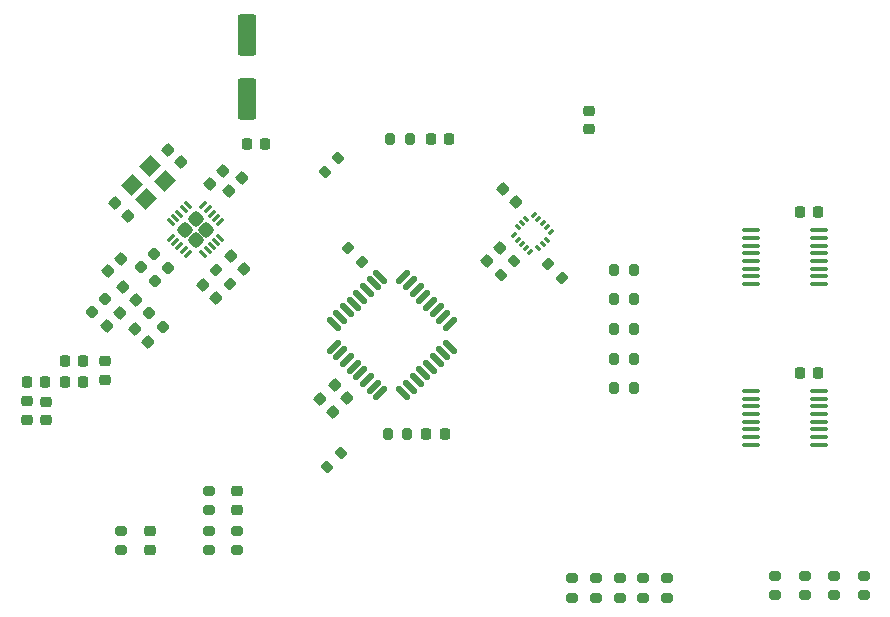
<source format=gbr>
%TF.GenerationSoftware,KiCad,Pcbnew,8.0.4-8.0.4-0~ubuntu22.04.1*%
%TF.CreationDate,2024-08-25T18:16:45-03:00*%
%TF.ProjectId,Antares-Transmitter,416e7461-7265-4732-9d54-72616e736d69,1.0.2*%
%TF.SameCoordinates,Original*%
%TF.FileFunction,Paste,Top*%
%TF.FilePolarity,Positive*%
%FSLAX46Y46*%
G04 Gerber Fmt 4.6, Leading zero omitted, Abs format (unit mm)*
G04 Created by KiCad (PCBNEW 8.0.4-8.0.4-0~ubuntu22.04.1) date 2024-08-25 18:16:45*
%MOMM*%
%LPD*%
G01*
G04 APERTURE LIST*
G04 Aperture macros list*
%AMRoundRect*
0 Rectangle with rounded corners*
0 $1 Rounding radius*
0 $2 $3 $4 $5 $6 $7 $8 $9 X,Y pos of 4 corners*
0 Add a 4 corners polygon primitive as box body*
4,1,4,$2,$3,$4,$5,$6,$7,$8,$9,$2,$3,0*
0 Add four circle primitives for the rounded corners*
1,1,$1+$1,$2,$3*
1,1,$1+$1,$4,$5*
1,1,$1+$1,$6,$7*
1,1,$1+$1,$8,$9*
0 Add four rect primitives between the rounded corners*
20,1,$1+$1,$2,$3,$4,$5,0*
20,1,$1+$1,$4,$5,$6,$7,0*
20,1,$1+$1,$6,$7,$8,$9,0*
20,1,$1+$1,$8,$9,$2,$3,0*%
%AMRotRect*
0 Rectangle, with rotation*
0 The origin of the aperture is its center*
0 $1 length*
0 $2 width*
0 $3 Rotation angle, in degrees counterclockwise*
0 Add horizontal line*
21,1,$1,$2,0,0,$3*%
G04 Aperture macros list end*
%ADD10RoundRect,0.100000X-0.637500X-0.100000X0.637500X-0.100000X0.637500X0.100000X-0.637500X0.100000X0*%
%ADD11RoundRect,0.225000X0.225000X0.250000X-0.225000X0.250000X-0.225000X-0.250000X0.225000X-0.250000X0*%
%ADD12RoundRect,0.225000X0.250000X-0.225000X0.250000X0.225000X-0.250000X0.225000X-0.250000X-0.225000X0*%
%ADD13RoundRect,0.200000X0.335876X0.053033X0.053033X0.335876X-0.335876X-0.053033X-0.053033X-0.335876X0*%
%ADD14RoundRect,0.200000X-0.275000X0.200000X-0.275000X-0.200000X0.275000X-0.200000X0.275000X0.200000X0*%
%ADD15RoundRect,0.225000X-0.017678X0.335876X-0.335876X0.017678X0.017678X-0.335876X0.335876X-0.017678X0*%
%ADD16RoundRect,0.200000X0.200000X0.275000X-0.200000X0.275000X-0.200000X-0.275000X0.200000X-0.275000X0*%
%ADD17RoundRect,0.200000X-0.200000X-0.275000X0.200000X-0.275000X0.200000X0.275000X-0.200000X0.275000X0*%
%ADD18RoundRect,0.250000X0.550000X-1.500000X0.550000X1.500000X-0.550000X1.500000X-0.550000X-1.500000X0*%
%ADD19RoundRect,0.225000X-0.250000X0.225000X-0.250000X-0.225000X0.250000X-0.225000X0.250000X0.225000X0*%
%ADD20RoundRect,0.218750X0.335876X0.026517X0.026517X0.335876X-0.335876X-0.026517X-0.026517X-0.335876X0*%
%ADD21RoundRect,0.200000X0.053033X-0.335876X0.335876X-0.053033X-0.053033X0.335876X-0.335876X0.053033X0*%
%ADD22RoundRect,0.200000X-0.335876X-0.053033X-0.053033X-0.335876X0.335876X0.053033X0.053033X0.335876X0*%
%ADD23RoundRect,0.218750X0.218750X0.256250X-0.218750X0.256250X-0.218750X-0.256250X0.218750X-0.256250X0*%
%ADD24RoundRect,0.218750X-0.026517X0.335876X-0.335876X0.026517X0.026517X-0.335876X0.335876X-0.026517X0*%
%ADD25RoundRect,0.218750X-0.256250X0.218750X-0.256250X-0.218750X0.256250X-0.218750X0.256250X0.218750X0*%
%ADD26RoundRect,0.087500X-0.070711X-0.194454X0.194454X0.070711X0.070711X0.194454X-0.194454X-0.070711X0*%
%ADD27RoundRect,0.087500X0.070711X-0.194454X0.194454X-0.070711X-0.070711X0.194454X-0.194454X0.070711X0*%
%ADD28RoundRect,0.125000X-0.353553X-0.530330X0.530330X0.353553X0.353553X0.530330X-0.530330X-0.353553X0*%
%ADD29RoundRect,0.125000X0.353553X-0.530330X0.530330X-0.353553X-0.353553X0.530330X-0.530330X0.353553X0*%
%ADD30RoundRect,0.225000X-0.225000X-0.250000X0.225000X-0.250000X0.225000X0.250000X-0.225000X0.250000X0*%
%ADD31RoundRect,0.225000X-0.335876X-0.017678X-0.017678X-0.335876X0.335876X0.017678X0.017678X0.335876X0*%
%ADD32RoundRect,0.225000X0.017678X-0.335876X0.335876X-0.017678X-0.017678X0.335876X-0.335876X0.017678X0*%
%ADD33RoundRect,0.225000X0.335876X0.017678X0.017678X0.335876X-0.335876X-0.017678X-0.017678X-0.335876X0*%
%ADD34RoundRect,0.218750X0.256250X-0.218750X0.256250X0.218750X-0.256250X0.218750X-0.256250X-0.218750X0*%
%ADD35RotRect,1.400000X1.200000X225.000000*%
%ADD36RoundRect,0.249999X0.000000X0.410123X-0.410123X0.000000X0.000000X-0.410123X0.410123X0.000000X0*%
%ADD37RoundRect,0.062500X0.203293X0.291682X-0.291682X-0.203293X-0.203293X-0.291682X0.291682X0.203293X0*%
%ADD38RoundRect,0.062500X-0.203293X0.291682X-0.291682X0.203293X0.203293X-0.291682X0.291682X-0.203293X0*%
G04 APERTURE END LIST*
D10*
%TO.C,U402*%
X157937500Y-110125000D03*
X157937500Y-110775000D03*
X157937500Y-111425000D03*
X157937500Y-112075000D03*
X157937500Y-112725000D03*
X157937500Y-113375000D03*
X157937500Y-114025000D03*
X157937500Y-114675000D03*
X163662500Y-114675000D03*
X163662500Y-114025000D03*
X163662500Y-113375000D03*
X163662500Y-112725000D03*
X163662500Y-112075000D03*
X163662500Y-111425000D03*
X163662500Y-110775000D03*
X163662500Y-110125000D03*
%TD*%
%TO.C,U401*%
X157937500Y-123725000D03*
X157937500Y-124375000D03*
X157937500Y-125025000D03*
X157937500Y-125675000D03*
X157937500Y-126325000D03*
X157937500Y-126975000D03*
X157937500Y-127625000D03*
X157937500Y-128275000D03*
X163662500Y-128275000D03*
X163662500Y-127625000D03*
X163662500Y-126975000D03*
X163662500Y-126325000D03*
X163662500Y-125675000D03*
X163662500Y-125025000D03*
X163662500Y-124375000D03*
X163662500Y-123725000D03*
%TD*%
D11*
%TO.C,C402*%
X163575000Y-108600000D03*
X162025000Y-108600000D03*
%TD*%
D12*
%TO.C,C601*%
X114400000Y-133775000D03*
X114400000Y-132225000D03*
%TD*%
D13*
%TO.C,R801*%
X141883363Y-114133363D03*
X140716637Y-112966637D03*
%TD*%
D14*
%TO.C,R608*%
X142800000Y-139575000D03*
X142800000Y-141225000D03*
%TD*%
D15*
%TO.C,C802*%
X136648008Y-111601992D03*
X135551992Y-112698008D03*
%TD*%
%TO.C,C307*%
X104557533Y-112520642D03*
X103461517Y-113616658D03*
%TD*%
D14*
%TO.C,R609*%
X104600000Y-135575000D03*
X104600000Y-137225000D03*
%TD*%
D16*
%TO.C,R701*%
X129025000Y-102400000D03*
X127375000Y-102400000D03*
%TD*%
D17*
%TO.C,R1003*%
X146350000Y-118480000D03*
X148000000Y-118480000D03*
%TD*%
D18*
%TO.C,C1101*%
X115200000Y-99000000D03*
X115200000Y-93600000D03*
%TD*%
D19*
%TO.C,C501*%
X144200000Y-100025000D03*
X144200000Y-101575000D03*
%TD*%
D20*
%TO.C,L303*%
X108093069Y-118283562D03*
X106979375Y-117169868D03*
%TD*%
D14*
%TO.C,R903*%
X162450000Y-139375000D03*
X162450000Y-141025000D03*
%TD*%
D11*
%TO.C,C311*%
X101350000Y-121200000D03*
X99800000Y-121200000D03*
%TD*%
D14*
%TO.C,R904*%
X159940000Y-139375000D03*
X159940000Y-141025000D03*
%TD*%
D21*
%TO.C,R704*%
X122016637Y-130183363D03*
X123183363Y-129016637D03*
%TD*%
%TO.C,R802*%
X136716637Y-113933363D03*
X137883363Y-112766637D03*
%TD*%
D12*
%TO.C,C602*%
X107000000Y-137175000D03*
X107000000Y-135625000D03*
%TD*%
D14*
%TO.C,R901*%
X167470000Y-139375000D03*
X167470000Y-141025000D03*
%TD*%
D22*
%TO.C,R201*%
X123816637Y-111616637D03*
X124983363Y-112783363D03*
%TD*%
D23*
%TO.C,L306*%
X101387501Y-123000000D03*
X99812499Y-123000000D03*
%TD*%
D24*
%TO.C,L304*%
X103256843Y-115933644D03*
X102143149Y-117047338D03*
%TD*%
D25*
%TO.C,L305*%
X103200000Y-121224998D03*
X103200000Y-122800000D03*
%TD*%
D21*
%TO.C,R703*%
X121816637Y-105183363D03*
X122983363Y-104016637D03*
%TD*%
D26*
%TO.C,U801*%
X137826687Y-110559099D03*
X138180241Y-110912652D03*
X138533794Y-111266206D03*
X138887348Y-111619759D03*
X139240901Y-111973313D03*
D27*
X139912652Y-111619759D03*
X140266206Y-111266206D03*
X140619759Y-110912652D03*
D26*
X140973313Y-110240901D03*
X140619759Y-109887348D03*
X140266206Y-109533794D03*
X139912652Y-109180241D03*
X139559099Y-108826687D03*
D27*
X138887348Y-109180241D03*
X138533794Y-109533794D03*
X138180241Y-109887348D03*
%TD*%
D14*
%TO.C,R606*%
X146800000Y-139575000D03*
X146800000Y-141225000D03*
%TD*%
D28*
%TO.C,U201*%
X122567930Y-119972272D03*
X123133616Y-120537957D03*
X123699301Y-121103643D03*
X124264986Y-121669328D03*
X124830672Y-122235014D03*
X125396357Y-122800699D03*
X125962043Y-123366384D03*
X126527728Y-123932070D03*
D29*
X128472272Y-123932070D03*
X129037957Y-123366384D03*
X129603643Y-122800699D03*
X130169328Y-122235014D03*
X130735014Y-121669328D03*
X131300699Y-121103643D03*
X131866384Y-120537957D03*
X132432070Y-119972272D03*
D28*
X132432070Y-118027728D03*
X131866384Y-117462043D03*
X131300699Y-116896357D03*
X130735014Y-116330672D03*
X130169328Y-115764986D03*
X129603643Y-115199301D03*
X129037957Y-114633616D03*
X128472272Y-114067930D03*
D29*
X126527728Y-114067930D03*
X125962043Y-114633616D03*
X125396357Y-115199301D03*
X124830672Y-115764986D03*
X124264986Y-116330672D03*
X123699301Y-116896357D03*
X123133616Y-117462043D03*
X122567930Y-118027728D03*
%TD*%
D30*
%TO.C,C702*%
X130425000Y-127400000D03*
X131975000Y-127400000D03*
%TD*%
D14*
%TO.C,R604*%
X150800000Y-139575000D03*
X150800000Y-141225000D03*
%TD*%
%TO.C,R603*%
X114400000Y-135575000D03*
X114400000Y-137225000D03*
%TD*%
D15*
%TO.C,C310*%
X104448004Y-117142483D03*
X103351988Y-118238499D03*
%TD*%
D31*
%TO.C,C308*%
X104751988Y-114942483D03*
X105848004Y-116038499D03*
%TD*%
D17*
%TO.C,R1005*%
X146350000Y-123500000D03*
X148000000Y-123500000D03*
%TD*%
D14*
%TO.C,R902*%
X164960000Y-139375000D03*
X164960000Y-141025000D03*
%TD*%
D32*
%TO.C,C305*%
X112087774Y-106238499D03*
X113183790Y-105142483D03*
%TD*%
D17*
%TO.C,R1004*%
X146350000Y-120990000D03*
X148000000Y-120990000D03*
%TD*%
D14*
%TO.C,R602*%
X112000000Y-135575000D03*
X112000000Y-137225000D03*
%TD*%
D31*
%TO.C,C202*%
X121451992Y-124451992D03*
X122548008Y-125548008D03*
%TD*%
D24*
%TO.C,L302*%
X108592629Y-113333644D03*
X107478935Y-114447338D03*
%TD*%
%TO.C,L301*%
X107392629Y-112133644D03*
X106278935Y-113247338D03*
%TD*%
D11*
%TO.C,C313*%
X98175000Y-123000000D03*
X96625000Y-123000000D03*
%TD*%
D33*
%TO.C,C309*%
X106820276Y-119556355D03*
X105724260Y-118460339D03*
%TD*%
D30*
%TO.C,C701*%
X130825000Y-102400000D03*
X132375000Y-102400000D03*
%TD*%
D31*
%TO.C,C304*%
X113887774Y-112342483D03*
X114983790Y-113438499D03*
%TD*%
D34*
%TO.C,L307*%
X96600000Y-126187501D03*
X96600000Y-124612499D03*
%TD*%
D17*
%TO.C,R1002*%
X146350000Y-115970000D03*
X148000000Y-115970000D03*
%TD*%
D31*
%TO.C,C301*%
X108587774Y-103292483D03*
X109683790Y-104388499D03*
%TD*%
D22*
%TO.C,R301*%
X112652420Y-113507128D03*
X113819146Y-114673854D03*
%TD*%
D35*
%TO.C,Y301*%
X107062559Y-104711632D03*
X105506924Y-106267267D03*
X106709005Y-107469348D03*
X108264640Y-105913713D03*
%TD*%
D19*
%TO.C,C312*%
X98200000Y-124625000D03*
X98200000Y-126175000D03*
%TD*%
D32*
%TO.C,C303*%
X113737774Y-106838499D03*
X114833790Y-105742483D03*
%TD*%
D31*
%TO.C,C306*%
X111487774Y-114742483D03*
X112583790Y-115838499D03*
%TD*%
D14*
%TO.C,R607*%
X144800000Y-139575000D03*
X144800000Y-141225000D03*
%TD*%
%TO.C,R605*%
X148800000Y-139575000D03*
X148800000Y-141225000D03*
%TD*%
D36*
%TO.C,U301*%
X111769665Y-110090491D03*
X110885782Y-109206608D03*
X110885782Y-110974374D03*
X110001899Y-110090491D03*
D37*
X112962908Y-109427578D03*
X112609355Y-109074025D03*
X112255801Y-108720472D03*
X111902248Y-108366918D03*
X111548695Y-108013365D03*
D38*
X110222869Y-108013365D03*
X109869316Y-108366918D03*
X109515763Y-108720472D03*
X109162209Y-109074025D03*
X108808656Y-109427578D03*
D37*
X108808656Y-110753404D03*
X109162209Y-111106957D03*
X109515763Y-111460510D03*
X109869316Y-111814064D03*
X110222869Y-112167617D03*
D38*
X111548695Y-112167617D03*
X111902248Y-111814064D03*
X112255801Y-111460510D03*
X112609355Y-111106957D03*
X112962908Y-110753404D03*
%TD*%
D16*
%TO.C,R702*%
X128825000Y-127400000D03*
X127175000Y-127400000D03*
%TD*%
D33*
%TO.C,C801*%
X138048008Y-107698008D03*
X136951992Y-106601992D03*
%TD*%
D31*
%TO.C,C203*%
X122651992Y-123251992D03*
X123748008Y-124348008D03*
%TD*%
D30*
%TO.C,C1102*%
X115200000Y-102800000D03*
X116750000Y-102800000D03*
%TD*%
D33*
%TO.C,C302*%
X105183790Y-108888499D03*
X104087774Y-107792483D03*
%TD*%
D17*
%TO.C,R1001*%
X146350000Y-113460000D03*
X148000000Y-113460000D03*
%TD*%
D14*
%TO.C,R601*%
X112000000Y-132175000D03*
X112000000Y-133825000D03*
%TD*%
D11*
%TO.C,C401*%
X163575000Y-122200000D03*
X162025000Y-122200000D03*
%TD*%
M02*

</source>
